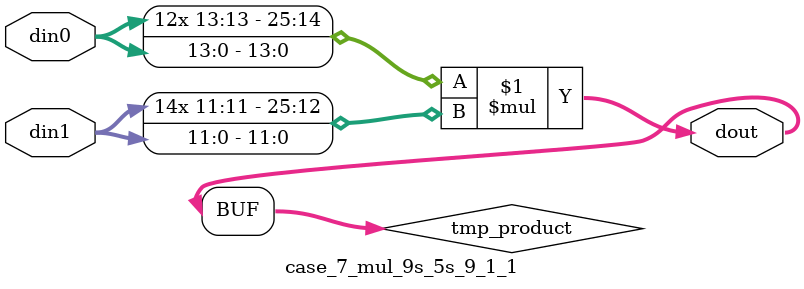
<source format=v>

`timescale 1 ns / 1 ps

 module case_7_mul_9s_5s_9_1_1(din0, din1, dout);
parameter ID = 1;
parameter NUM_STAGE = 0;
parameter din0_WIDTH = 14;
parameter din1_WIDTH = 12;
parameter dout_WIDTH = 26;

input [din0_WIDTH - 1 : 0] din0; 
input [din1_WIDTH - 1 : 0] din1; 
output [dout_WIDTH - 1 : 0] dout;

wire signed [dout_WIDTH - 1 : 0] tmp_product;



























assign tmp_product = $signed(din0) * $signed(din1);








assign dout = tmp_product;





















endmodule

</source>
